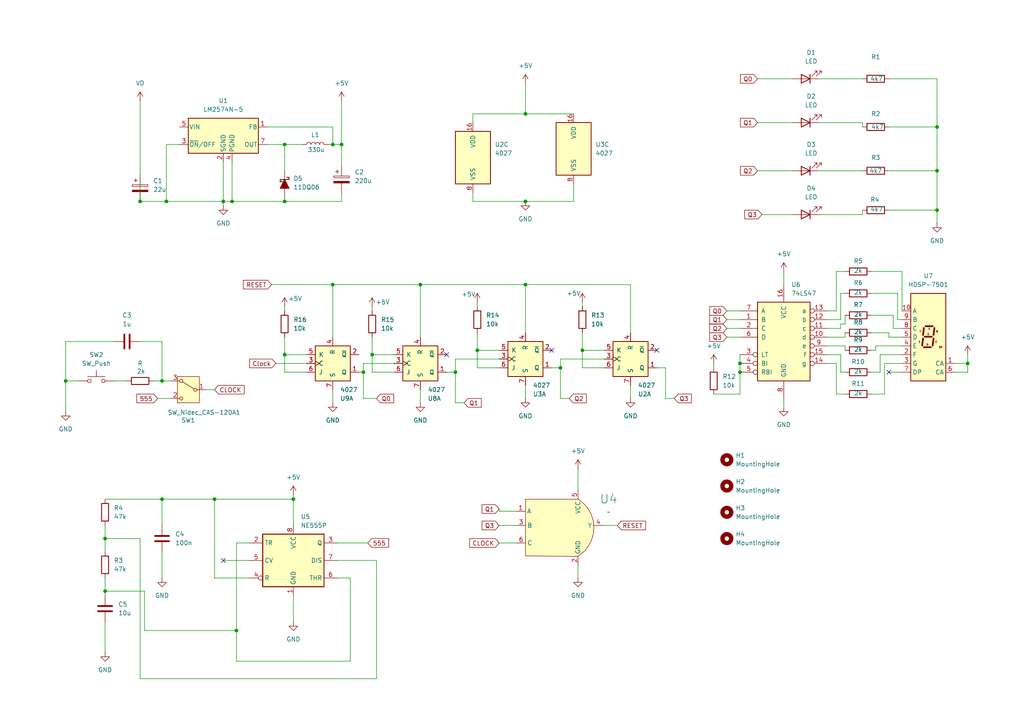
<source format=kicad_sch>
(kicad_sch (version 20250114) (generator "eeschema") (generator_version "9.0")
  (paper "A4")
  (lib_symbols
    (symbol "4xxx:4027" (pin_names (offset 1.016))
      (property "Reference" "U" (at -7.62 8.89 0))
      (property "Value" "4027" (at -7.62 -8.89 0))
      (symbol "4027_1_1"
        (rectangle (start -5.08 5.08) (end 5.08 -5.08) (stroke (width 0.254)) (fill (type background)))
        (pin input line (at -7.62 2.54 0) (length 2.54) (name "J") (number "6"))
        (pin input clock (at -7.62 0 0) (length 2.54) (name "C") (number "3"))
        (pin input line (at -7.62 -2.54 0) (length 2.54) (name "K") (number "5"))
        (pin input line (at 0 7.62 270) (length 2.54) (name "S") (number "7"))
        (pin input line (at 0 -7.62 90) (length 2.54) (name "R") (number "4"))
        (pin output line (at 7.62 2.54 180) (length 2.54) (name "Q") (number "1"))
        (pin output line (at 7.62 -2.54 180) (length 2.54) (name "~{Q}") (number "2"))
      )
      (symbol "4027_2_1"
        (rectangle (start -5.08 5.08) (end 5.08 -5.08) (stroke (width 0.254)) (fill (type background)))
        (pin input line (at -7.62 2.54 0) (length 2.54) (name "J") (number "10"))
        (pin input clock (at -7.62 0 0) (length 2.54) (name "C") (number "13"))
        (pin input line (at -7.62 -2.54 0) (length 2.54) (name "K") (number "11"))
        (pin input line (at 0 7.62 270) (length 2.54) (name "S") (number "9"))
        (pin input line (at 0 -7.62 90) (length 2.54) (name "R") (number "12"))
        (pin output line (at 7.62 2.54 180) (length 2.54) (name "Q") (number "15"))
        (pin output line (at 7.62 -2.54 180) (length 2.54) (name "~{Q}") (number "14"))
      )
      (symbol "4027_3_0"
        (pin power_in line (at 0 10.16 270) (length 2.54) (name "VDD") (number "16"))
        (pin power_in line (at 0 -10.16 90) (length 2.54) (name "VSS") (number "8"))
      )
      (symbol "4027_3_1"
        (rectangle (start -5.08 7.62) (end 5.08 -7.62) (stroke (width 0.254)) (fill (type background)))
      )
    )
    (symbol "74xx:74LS47" (pin_names (offset 1.016))
      (property "Reference" "U" (at -7.62 11.43 0))
      (property "Value" "74LS47" (at -7.62 -13.97 0))
      (symbol "74LS47_1_0"
        (pin input line (at -12.7 7.62 0) (length 5.08) (name "A") (number "7"))
        (pin input line (at -12.7 5.08 0) (length 5.08) (name "B") (number "1"))
        (pin input line (at -12.7 2.54 0) (length 5.08) (name "C") (number "2"))
        (pin input line (at -12.7 0 0) (length 5.08) (name "D") (number "6"))
        (pin input inverted (at -12.7 -5.08 0) (length 5.08) (name "LT") (number "3"))
        (pin input inverted (at -12.7 -7.62 0) (length 5.08) (name "BI") (number "4"))
        (pin input inverted (at -12.7 -10.16 0) (length 5.08) (name "RBI") (number "5"))
        (pin power_in line (at 0 15.24 270) (length 5.08) (name "VCC") (number "16"))
        (pin power_in line (at 0 -17.78 90) (length 5.08) (name "GND") (number "8"))
        (pin open_collector inverted (at 12.7 7.62 180) (length 5.08) (name "a") (number "13"))
        (pin open_collector inverted (at 12.7 5.08 180) (length 5.08) (name "b") (number "12"))
        (pin open_collector inverted (at 12.7 2.54 180) (length 5.08) (name "c") (number "11"))
        (pin open_collector inverted (at 12.7 0 180) (length 5.08) (name "d") (number "10"))
        (pin open_collector inverted (at 12.7 -2.54 180) (length 5.08) (name "e") (number "9"))
        (pin open_collector inverted (at 12.7 -5.08 180) (length 5.08) (name "f") (number "15"))
        (pin open_collector inverted (at 12.7 -7.62 180) (length 5.08) (name "g") (number "14"))
      )
      (symbol "74LS47_1_1"
        (rectangle (start -7.62 10.16) (end 7.62 -12.7) (stroke (width 0.254)) (fill (type background)))
      )
    )
    (symbol "Device:C" (pin_numbers (hide yes)) (pin_names (offset 0.254))
      (property "Reference" "C" (at 0.635 2.54 0))
      (property "Value" "C" (at 0.635 -2.54 0))
      (symbol "C_0_1"
        (polyline (pts (xy -2.032 0.762) (xy 2.032 0.762)) (stroke (width 0.508)))
        (polyline (pts (xy -2.032 -0.762) (xy 2.032 -0.762)) (stroke (width 0.508)))
      )
      (symbol "C_1_1"
        (pin passive line (at 0 3.81 270) (length 2.794) (name "~") (number "1"))
        (pin passive line (at 0 -3.81 90) (length 2.794) (name "~") (number "2"))
      )
    )
    (symbol "Device:C_Polarized" (pin_numbers (hide yes)) (pin_names (offset 0.254))
      (property "Reference" "C" (at 0.635 2.54 0))
      (property "Value" "C_Polarized" (at 0.635 -2.54 0))
      (symbol "C_Polarized_0_1"
        (rectangle (start -2.286 0.508) (end 2.286 1.016))
        (polyline (pts (xy -1.778 2.286) (xy -0.762 2.286)))
        (polyline (pts (xy -1.27 2.794) (xy -1.27 1.778)))
        (rectangle (start 2.286 -0.508) (end -2.286 -1.016) (fill (type outline)))
      )
      (symbol "C_Polarized_1_1"
        (pin passive line (at 0 3.81 270) (length 2.794) (name "~") (number "1"))
        (pin passive line (at 0 -3.81 90) (length 2.794) (name "~") (number "2"))
      )
    )
    (symbol "Device:D_Schottky_Filled" (pin_numbers (hide yes)) (pin_names (offset 1.016) (hide yes))
      (property "Reference" "D" (at 0 2.54 0))
      (property "Value" "D_Schottky_Filled" (at 0 -2.54 0))
      (symbol "D_Schottky_Filled_0_1"
        (polyline (pts (xy -1.905 0.635) (xy -1.905 1.27) (xy -1.27 1.27) (xy -1.27 -1.27) (xy -0.635 -1.27) (xy -0.635 -0.635)) (stroke (width 0.254)))
        (polyline (pts (xy 1.27 1.27) (xy 1.27 -1.27) (xy -1.27 0) (xy 1.27 1.27)) (stroke (width 0.254)) (fill (type outline)))
        (polyline (pts (xy 1.27 0) (xy -1.27 0)))
      )
      (symbol "D_Schottky_Filled_1_1"
        (pin passive line (at -3.81 0 0) (length 2.54) (name "K") (number "1"))
        (pin passive line (at 3.81 0 180) (length 2.54) (name "A") (number "2"))
      )
    )
    (symbol "Device:L" (pin_numbers (hide yes)) (pin_names (offset 1.016) (hide yes))
      (property "Reference" "L" (at -1.27 0 90))
      (property "Value" "L" (at 1.905 0 90))
      (symbol "L_0_1"
        (arc (start 0 2.54) (mid 0.6323 1.905) (end 0 1.27))
        (arc (start 0 1.27) (mid 0.6323 0.635) (end 0 0))
        (arc (start 0 0) (mid 0.6323 -0.635) (end 0 -1.27))
        (arc (start 0 -1.27) (mid 0.6323 -1.905) (end 0 -2.54))
      )
      (symbol "L_1_1"
        (pin passive line (at 0 3.81 270) (length 1.27) (name "1") (number "1"))
        (pin passive line (at 0 -3.81 90) (length 1.27) (name "2") (number "2"))
      )
    )
    (symbol "Device:LED" (pin_numbers (hide yes)) (pin_names (offset 1.016) (hide yes))
      (property "Reference" "D" (at 0 2.54 0))
      (property "Value" "LED" (at 0 -2.54 0))
      (symbol "LED_0_1"
        (polyline (pts (xy -3.048 -0.762) (xy -4.572 -2.286) (xy -3.81 -2.286) (xy -4.572 -2.286) (xy -4.572 -1.524)))
        (polyline (pts (xy -1.778 -0.762) (xy -3.302 -2.286) (xy -2.54 -2.286) (xy -3.302 -2.286) (xy -3.302 -1.524)))
        (polyline (pts (xy -1.27 0) (xy 1.27 0)))
        (polyline (pts (xy -1.27 -1.27) (xy -1.27 1.27)) (stroke (width 0.254)))
        (polyline (pts (xy 1.27 -1.27) (xy 1.27 1.27) (xy -1.27 0) (xy 1.27 -1.27)) (stroke (width 0.254)))
      )
      (symbol "LED_1_1"
        (pin passive line (at -3.81 0 0) (length 2.54) (name "K") (number "1"))
        (pin passive line (at 3.81 0 180) (length 2.54) (name "A") (number "2"))
      )
    )
    (symbol "Device:R" (pin_numbers (hide yes)) (pin_names (offset 0))
      (property "Reference" "R" (at 2.032 0 90))
      (property "Value" "R" (at 0 0 90))
      (symbol "R_0_1"
        (rectangle (start -1.016 -2.54) (end 1.016 2.54) (stroke (width 0.254)))
      )
      (symbol "R_1_1"
        (pin passive line (at 0 3.81 270) (length 1.27) (name "~") (number "1"))
        (pin passive line (at 0 -3.81 90) (length 1.27) (name "~") (number "2"))
      )
    )
    (symbol "Display_Character:HDSP-7501"
      (property "Reference" "U" (at -3.81 13.97 0))
      (property "Value" "HDSP-7501" (at 6.35 13.97 0))
      (symbol "HDSP-7501_1_0"
        (text "E" (at -2.54 -1.397 0) (effects (font (size 0.508 0.508))))
        (text "F" (at -2.286 1.651 0) (effects (font (size 0.508 0.508))))
        (text "D" (at -0.254 -2.159 0) (effects (font (size 0.508 0.508))))
        (text "G" (at 0 0.889 0) (effects (font (size 0.508 0.508))))
        (text "A" (at 0.254 2.413 0) (effects (font (size 0.508 0.508))))
        (text "C" (at 2.286 -1.397 0) (effects (font (size 0.508 0.508))))
        (text "B" (at 2.54 1.651 0) (effects (font (size 0.508 0.508))))
        (text "DP" (at 3.556 -2.921 0) (effects (font (size 0.508 0.508))))
      )
      (symbol "HDSP-7501_1_1"
        (rectangle (start -5.08 12.7) (end 5.08 -12.7) (stroke (width 0.254)) (fill (type background)))
        (polyline (pts (xy -1.524 -0.381) (xy -1.778 -2.413)) (stroke (width 0.508)))
        (polyline (pts (xy -1.27 2.667) (xy -1.524 0.635)) (stroke (width 0.508)))
        (polyline (pts (xy -1.27 -2.921) (xy 0.762 -2.921)) (stroke (width 0.508)))
        (polyline (pts (xy -1.016 0.127) (xy 1.016 0.127)) (stroke (width 0.508)))
        (polyline (pts (xy -0.762 3.175) (xy 1.27 3.175)) (stroke (width 0.508)))
        (polyline (pts (xy 1.524 -0.381) (xy 1.27 -2.413)) (stroke (width 0.508)))
        (polyline (pts (xy 1.778 2.667) (xy 1.524 0.635)) (stroke (width 0.508)))
        (polyline (pts (xy 2.54 -2.921) (xy 2.54 -2.921)) (stroke (width 0.508)))
        (pin input line (at -7.62 7.62 0) (length 2.54) (name "A") (number "10"))
        (pin input line (at -7.62 5.08 0) (length 2.54) (name "B") (number "9"))
        (pin input line (at -7.62 2.54 0) (length 2.54) (name "C") (number "8"))
        (pin input line (at -7.62 0 0) (length 2.54) (name "D") (number "5"))
        (pin input line (at -7.62 -2.54 0) (length 2.54) (name "E") (number "4"))
        (pin input line (at -7.62 -5.08 0) (length 2.54) (name "F") (number "2"))
        (pin input line (at -7.62 -7.62 0) (length 2.54) (name "G") (number "3"))
        (pin input line (at -7.62 -10.16 0) (length 2.54) (name "DP") (number "7"))
        (pin input line (at 7.62 -7.62 180) (length 2.54) (name "CA") (number "1"))
        (pin input line (at 7.62 -10.16 180) (length 2.54) (name "CA") (number "6"))
      )
    )
    (symbol "Mechanical:MountingHole" (pin_names (offset 1.016)) (in_bom no)
      (property "Reference" "H" (at 0 5.08 0))
      (property "Value" "MountingHole" (at 0 3.175 0))
      (symbol "MountingHole_0_1"
        (circle (center 0 0) (radius 1.27) (stroke (width 1.27)))
      )
    )
    (symbol "Regulator_Switching:LM2574N-5" (pin_names (offset 0.254))
      (property "Reference" "U" (at -10.16 6.35 0))
      (property "Value" "LM2574N-5" (at 0 6.35 0))
      (symbol "LM2574N-5_0_1"
        (rectangle (start -10.16 5.08) (end 10.16 -5.08) (stroke (width 0.254)) (fill (type background)))
      )
      (symbol "LM2574N-5_1_1"
        (pin power_in line (at -12.7 2.54 0) (length 2.54) (name "VIN") (number "5"))
        (pin input line (at -12.7 -2.54 0) (length 2.54) (name "~{ON}/OFF") (number "3"))
        (pin no_connect line (at -10.16 0 0) (length 2.54) (hide yes) (name "NC") (number "6"))
        (pin power_in line (at 0 -7.62 90) (length 2.54) (name "SGND") (number "2"))
        (pin power_in line (at 2.54 -7.62 90) (length 2.54) (name "PGND") (number "4"))
        (pin no_connect line (at 10.16 0 180) (length 2.54) (hide yes) (name "NC") (number "8"))
        (pin input line (at 12.7 2.54 180) (length 2.54) (name "FB") (number "1"))
        (pin output line (at 12.7 -2.54 180) (length 2.54) (name "OUT") (number "7"))
      )
    )
    (symbol "SN74LVC1611:SN74LVC1611"
      (property "Reference" "U4" (at 8.89 6.096 0))
      (symbol "SN74LVC1611_1_1"
        (arc (start 0 7.62) (mid 4.6077 -0.635) (end 0 -8.89) (fill (type background)))
        (polyline (pts (xy 0.0104 7.62) (xy -15.2505 7.62) (xy -15.2266 -8.8423) (xy -0.0134 -8.9377)) (fill (type background)))
        (pin input line (at -17.8771 4.1244 0) (length 2.54) (name "A") (number "1"))
        (pin input line (at -17.78 0 0) (length 2.54) (name "B") (number "3"))
        (pin input line (at -17.78 -5.08 0) (length 2.54) (name "C") (number "6"))
        (pin power_in line (at 0 10.16 270) (length 2.54) (name "VCC") (number "5"))
        (pin power_out line (at 0 -11.43 90) (length 2.54) (name "GND") (number "2"))
        (pin output line (at 7.143 0 180) (length 2.54) (name "Y") (number "4"))
      )
    )
    (symbol "Switch:SW_Nidec_CAS-120A1" (pin_names (offset 1) (hide yes))
      (property "Reference" "SW1" (at 0 -8.89 0))
      (property "Value" "SW_Nidec_CAS-120A1" (at 0 -6.35 0))
      (symbol "SW_Nidec_CAS-120A1_0_1"
        (circle (center -2.032 0) (radius 0.4572))
        (polyline (pts (xy -1.651 0.254) (xy 1.651 2.286)))
        (circle (center 2.032 2.54) (radius 0.4572))
        (circle (center 2.032 -2.54) (radius 0.4572))
      )
      (symbol "SW_Nidec_CAS-120A1_1_1"
        (rectangle (start -3.175 3.81) (end 3.175 -3.81) (fill (type background)))
        (pin passive line (at -5.08 0 0) (length 2.54) (name "B") (number "1"))
        (pin passive line (at 5.08 2.54 180) (length 2.54) (name "A") (number "3"))
        (pin passive line (at 5.08 -2.54 180) (length 2.54) (name "C") (number "2"))
      )
    )
    (symbol "Switch:SW_Push" (pin_numbers (hide yes)) (pin_names (offset 1.016) (hide yes))
      (property "Reference" "SW" (at 1.27 2.54 0))
      (property "Value" "SW_Push" (at 0 -1.524 0))
      (symbol "SW_Push_0_1"
        (circle (center -2.032 0) (radius 0.508))
        (polyline (pts (xy 0 1.27) (xy 0 3.048)))
        (circle (center 2.032 0) (radius 0.508))
        (polyline (pts (xy 2.54 1.27) (xy -2.54 1.27)))
        (pin passive line (at -5.08 0 0) (length 2.54) (name "1") (number "1"))
        (pin passive line (at 5.08 0 180) (length 2.54) (name "2") (number "2"))
      )
    )
    (symbol "Timer:NE555P"
      (property "Reference" "U" (at -10.16 8.89 0))
      (property "Value" "NE555P" (at 2.54 8.89 0))
      (symbol "NE555P_0_0"
        (pin power_in line (at 0 10.16 270) (length 2.54) (name "VCC") (number "8"))
        (pin power_in line (at 0 -10.16 90) (length 2.54) (name "GND") (number "1"))
      )
      (symbol "NE555P_0_1"
        (rectangle (start -8.89 -7.62) (end 8.89 7.62) (stroke (width 0.254)) (fill (type background)))
        (rectangle (start -8.89 -7.62) (end 8.89 7.62) (stroke (width 0.254)) (fill (type background)))
      )
      (symbol "NE555P_1_1"
        (pin input line (at -12.7 5.08 0) (length 3.81) (name "TR") (number "2"))
        (pin input line (at -12.7 0 0) (length 3.81) (name "CV") (number "5"))
        (pin input inverted (at -12.7 -5.08 0) (length 3.81) (name "R") (number "4"))
        (pin output line (at 12.7 5.08 180) (length 3.81) (name "Q") (number "3"))
        (pin input line (at 12.7 0 180) (length 3.81) (name "DIS") (number "7"))
        (pin input line (at 12.7 -5.08 180) (length 3.81) (name "THR") (number "6"))
      )
    )
    (symbol "power:+5V" (power) (pin_numbers (hide yes)) (pin_names (offset 0) (hide yes))
      (property "Value" "+5V" (at 0 3.556 0))
      (symbol "+5V_0_1"
        (polyline (pts (xy -0.762 1.27) (xy 0 2.54)))
        (polyline (pts (xy 0 2.54) (xy 0.762 1.27)))
        (polyline (pts (xy 0 0) (xy 0 2.54)))
      )
      (symbol "+5V_1_1"
        (pin power_in line (at 0 0 90) (length 0) (name "~") (number "1"))
      )
    )
    (symbol "power:GND" (power) (pin_numbers (hide yes)) (pin_names (offset 0) (hide yes))
      (property "Value" "GND" (at 0 -3.81 0))
      (symbol "GND_0_1"
        (polyline (pts (xy 0 0) (xy 0 -1.27) (xy 1.27 -1.27) (xy 0 -2.54) (xy -1.27 -1.27) (xy 0 -1.27)))
      )
      (symbol "GND_1_1"
        (pin power_in line (at 0 0 270) (length 0) (name "~") (number "1"))
      )
    )
    (symbol "power:VD" (power) (pin_numbers (hide yes)) (pin_names (offset 0) (hide yes))
      (property "Value" "VD" (at 0 3.556 0))
      (symbol "VD_0_1"
        (polyline (pts (xy -0.762 1.27) (xy 0 2.54)))
        (polyline (pts (xy 0 2.54) (xy 0.762 1.27)))
        (polyline (pts (xy 0 0) (xy 0 2.54)))
      )
      (symbol "VD_1_1"
        (pin power_in line (at 0 0 90) (length 0) (name "~") (number "1"))
      )
    )
  )
  (junction (at 152.4 82.55))
  (junction (at 46.99 110.49))
  (junction (at 30.48 156.21))
  (junction (at 280.67 105.41))
  (junction (at 82.55 102.87))
  (junction (at 40.64 58.42))
  (junction (at 48.26 58.42))
  (junction (at 132.08 107.95))
  (junction (at 214.63 105.41))
  (junction (at 121.92 82.55))
  (junction (at 271.78 49.53))
  (junction (at 99.06 41.91))
  (junction (at 152.4 58.42))
  (junction (at 107.95 102.87))
  (junction (at 46.99 144.78))
  (junction (at 30.48 171.45))
  (junction (at 271.78 60.96))
  (junction (at 85.09 144.78))
  (junction (at 96.52 41.91))
  (junction (at 82.55 58.42))
  (junction (at 168.91 101.6))
  (junction (at 214.63 107.95))
  (junction (at 62.23 144.78))
  (junction (at 152.4 33.02))
  (junction (at 82.55 41.91))
  (junction (at 105.41 107.95))
  (junction (at 162.56 106.68))
  (junction (at 19.05 110.49))
  (junction (at 68.58 182.88))
  (junction (at 67.31 58.42))
  (junction (at 138.43 101.6))
  (junction (at 64.77 58.42))
  (junction (at 96.52 82.55))
  (junction (at 271.78 36.83))
  (no_connect (at 129.54 102.87))
  (no_connect (at 190.5 101.6))
  (no_connect (at 160.02 101.6))
  (no_connect (at 257.81 107.95))
  (no_connect (at 64.77 162.56))
  (wire (pts (xy 99.06 58.42) (xy 82.55 58.42)))
  (wire (pts (xy 59.69 113.03) (xy 62.23 113.03)))
  (wire (pts (xy 64.77 58.42) (xy 67.31 58.42)))
  (wire (pts (xy 67.31 46.99) (xy 67.31 58.42)))
  (wire (pts (xy 144.78 101.6) (xy 138.43 101.6)))
  (wire (pts (xy 67.31 58.42) (xy 82.55 58.42)))
  (wire (pts (xy 96.52 41.91) (xy 99.06 41.91)))
  (wire (pts (xy 30.48 167.64) (xy 30.48 171.45)))
  (wire (pts (xy 227.33 78.74) (xy 227.33 82.55)))
  (wire (pts (xy 97.79 167.64) (xy 101.6 167.64)))
  (wire (pts (xy 82.55 41.91) (xy 77.47 41.91)))
  (wire (pts (xy 252.73 101.6) (xy 254 101.6)))
  (wire (pts (xy 46.99 99.06) (xy 46.99 110.49)))
  (wire (pts (xy 259.08 95.25) (xy 261.62 95.25)))
  (wire (pts (xy 121.92 82.55) (xy 152.4 82.55)))
  (wire (pts (xy 257.81 22.86) (xy 271.78 22.86)))
  (wire (pts (xy 137.16 58.42) (xy 152.4 58.42)))
  (wire (pts (xy 30.48 156.21) (xy 30.48 160.02)))
  (wire (pts (xy 240.03 95.25) (xy 243.84 95.25)))
  (wire (pts (xy 114.3 102.87) (xy 107.95 102.87)))
  (wire (pts (xy 64.77 162.56) (xy 72.39 162.56)))
  (wire (pts (xy 162.56 104.14) (xy 162.56 106.68)))
  (wire (pts (xy 88.9 107.95) (xy 82.55 107.95)))
  (wire (pts (xy 109.22 162.56) (xy 109.22 196.85)))
  (wire (pts (xy 256.54 105.41) (xy 261.62 105.41)))
  (wire (pts (xy 152.4 33.02) (xy 152.4 24.13)))
  (wire (pts (xy 166.37 53.34) (xy 166.37 58.42)))
  (wire (pts (xy 19.05 99.06) (xy 19.05 110.49)))
  (wire (pts (xy 243.84 92.71) (xy 243.84 85.09)))
  (wire (pts (xy 105.41 107.95) (xy 105.41 115.57)))
  (wire (pts (xy 210.82 92.71) (xy 214.63 92.71)))
  (wire (pts (xy 40.64 99.06) (xy 46.99 99.06)))
  (wire (pts (xy 166.37 58.42) (xy 152.4 58.42)))
  (wire (pts (xy 219.71 49.53) (xy 229.87 49.53)))
  (wire (pts (xy 254 100.33) (xy 261.62 100.33)))
  (wire (pts (xy 46.99 110.49) (xy 49.53 110.49)))
  (wire (pts (xy 40.64 53.34) (xy 40.64 58.42)))
  (wire (pts (xy 85.09 144.78) (xy 85.09 152.4)))
  (wire (pts (xy 80.01 105.41) (xy 88.9 105.41)))
  (wire (pts (xy 257.81 97.79) (xy 261.62 97.79)))
  (wire (pts (xy 257.81 49.53) (xy 271.78 49.53)))
  (wire (pts (xy 271.78 49.53) (xy 271.78 60.96)))
  (wire (pts (xy 182.88 111.76) (xy 182.88 115.57)))
  (wire (pts (xy 174.783 152.4) (xy 179.07 152.4)))
  (wire (pts (xy 41.91 171.45) (xy 41.91 182.88)))
  (wire (pts (xy 214.63 107.95) (xy 214.63 114.3)))
  (wire (pts (xy 96.52 113.03) (xy 96.52 116.84)))
  (wire (pts (xy 30.48 180.34) (xy 30.48 189.23)))
  (wire (pts (xy 252.73 114.3) (xy 256.54 114.3)))
  (wire (pts (xy 252.73 78.74) (xy 261.62 78.74)))
  (wire (pts (xy 162.56 115.57) (xy 162.56 106.68)))
  (wire (pts (xy 82.55 107.95) (xy 82.55 102.87)))
  (wire (pts (xy 78.74 82.55) (xy 96.52 82.55)))
  (wire (pts (xy 254 101.6) (xy 254 100.33)))
  (wire (pts (xy 243.84 102.87) (xy 243.84 107.95)))
  (wire (pts (xy 152.4 82.55) (xy 182.88 82.55)))
  (wire (pts (xy 44.45 110.49) (xy 46.99 110.49)))
  (wire (pts (xy 144.78 106.68) (xy 138.43 106.68)))
  (wire (pts (xy 144.78 157.48) (xy 149.86 157.48)))
  (wire (pts (xy 167.64 163.83) (xy 167.64 167.64)))
  (wire (pts (xy 82.55 49.53) (xy 82.55 41.91)))
  (wire (pts (xy 134.62 116.84) (xy 132.08 116.84)))
  (wire (pts (xy 62.23 144.78) (xy 62.23 167.64)))
  (wire (pts (xy 252.73 107.95) (xy 255.27 107.95)))
  (wire (pts (xy 257.81 96.52) (xy 257.81 97.79)))
  (wire (pts (xy 144.78 104.14) (xy 132.08 104.14)))
  (wire (pts (xy 175.26 104.14) (xy 162.56 104.14)))
  (wire (pts (xy 68.58 157.48) (xy 68.58 182.88)))
  (wire (pts (xy 95.25 41.91) (xy 96.52 41.91)))
  (wire (pts (xy 62.23 144.78) (xy 85.09 144.78)))
  (wire (pts (xy 144.78 148.2756) (xy 144.78 147.6344)))
  (wire (pts (xy 33.02 99.06) (xy 19.05 99.06)))
  (wire (pts (xy 30.48 171.45) (xy 30.48 172.72)))
  (wire (pts (xy 99.06 55.88) (xy 99.06 58.42)))
  (wire (pts (xy 64.77 59.69) (xy 64.77 58.42)))
  (wire (pts (xy 82.55 58.42) (xy 82.55 57.15)))
  (wire (pts (xy 252.73 85.09) (xy 260.35 85.09)))
  (wire (pts (xy 280.67 107.95) (xy 280.67 105.41)))
  (wire (pts (xy 242.57 90.17) (xy 242.57 78.74)))
  (wire (pts (xy 182.88 96.52) (xy 182.88 82.55)))
  (wire (pts (xy 243.84 93.98) (xy 245.11 93.98)))
  (wire (pts (xy 168.91 101.6) (xy 168.91 96.52)))
  (wire (pts (xy 175.26 101.6) (xy 168.91 101.6)))
  (wire (pts (xy 261.62 78.74) (xy 261.62 90.17)))
  (wire (pts (xy 237.49 22.86) (xy 250.19 22.86)))
  (wire (pts (xy 255.27 102.87) (xy 261.62 102.87)))
  (wire (pts (xy 242.57 78.74) (xy 245.11 78.74)))
  (wire (pts (xy 109.22 196.85) (xy 40.64 196.85)))
  (wire (pts (xy 207.01 114.3) (xy 214.63 114.3)))
  (wire (pts (xy 101.6 167.64) (xy 101.6 191.77)))
  (wire (pts (xy 240.03 90.17) (xy 242.57 90.17)))
  (wire (pts (xy 40.64 58.42) (xy 48.26 58.42)))
  (wire (pts (xy 30.48 144.78) (xy 46.99 144.78)))
  (wire (pts (xy 132.08 107.95) (xy 129.54 107.95)))
  (wire (pts (xy 30.48 152.4) (xy 30.48 156.21)))
  (wire (pts (xy 252.73 96.52) (xy 257.81 96.52)))
  (wire (pts (xy 237.49 49.53) (xy 250.19 49.53)))
  (wire (pts (xy 72.39 167.64) (xy 62.23 167.64)))
  (wire (pts (xy 99.06 29.21) (xy 99.06 41.91)))
  (wire (pts (xy 96.52 82.55) (xy 121.92 82.55)))
  (wire (pts (xy 214.63 102.87) (xy 214.63 105.41)))
  (wire (pts (xy 271.78 36.83) (xy 271.78 49.53)))
  (wire (pts (xy 243.84 85.09) (xy 245.11 85.09)))
  (wire (pts (xy 30.48 171.45) (xy 41.91 171.45)))
  (wire (pts (xy 162.56 106.68) (xy 160.02 106.68)))
  (wire (pts (xy 82.55 41.91) (xy 87.63 41.91)))
  (wire (pts (xy 85.09 172.72) (xy 85.09 180.34)))
  (wire (pts (xy 68.58 157.48) (xy 72.39 157.48)))
  (wire (pts (xy 243.84 95.25) (xy 243.84 93.98)))
  (wire (pts (xy 276.86 105.41) (xy 280.67 105.41)))
  (wire (pts (xy 240.03 92.71) (xy 243.84 92.71)))
  (wire (pts (xy 105.41 105.41) (xy 105.41 107.95)))
  (wire (pts (xy 271.78 60.96) (xy 271.78 64.77)))
  (wire (pts (xy 237.49 62.23) (xy 250.19 62.23)))
  (wire (pts (xy 40.64 29.21) (xy 40.64 50.8)))
  (wire (pts (xy 104.14 107.95) (xy 105.41 107.95)))
  (wire (pts (xy 88.9 102.87) (xy 82.55 102.87)))
  (wire (pts (xy 22.86 110.49) (xy 19.05 110.49)))
  (wire (pts (xy 137.16 33.02) (xy 137.16 35.56)))
  (wire (pts (xy 260.35 92.71) (xy 261.62 92.71)))
  (wire (pts (xy 99.06 41.91) (xy 99.06 48.26)))
  (wire (pts (xy 48.26 58.42) (xy 64.77 58.42)))
  (wire (pts (xy 271.78 22.86) (xy 271.78 36.83)))
  (wire (pts (xy 96.52 82.55) (xy 96.52 97.79)))
  (wire (pts (xy 245.11 96.52) (xy 245.11 97.79)))
  (wire (pts (xy 257.81 60.96) (xy 271.78 60.96)))
  (wire (pts (xy 243.84 107.95) (xy 245.11 107.95)))
  (wire (pts (xy 152.4 82.55) (xy 152.4 96.52)))
  (wire (pts (xy 144.78 152.4) (xy 149.86 152.4)))
  (wire (pts (xy 96.52 36.83) (xy 96.52 41.91)))
  (wire (pts (xy 107.95 88.9) (xy 107.95 90.17)))
  (wire (pts (xy 219.71 22.86) (xy 229.87 22.86)))
  (wire (pts (xy 240.03 105.41) (xy 242.57 105.41)))
  (wire (pts (xy 259.08 91.44) (xy 259.08 95.25)))
  (wire (pts (xy 138.43 106.68) (xy 138.43 101.6)))
  (wire (pts (xy 137.16 58.42) (xy 137.16 55.88)))
  (wire (pts (xy 195.58 115.57) (xy 193.04 115.57)))
  (wire (pts (xy 121.92 113.03) (xy 121.92 116.84)))
  (wire (pts (xy 219.71 35.56) (xy 229.87 35.56)))
  (wire (pts (xy 138.43 101.6) (xy 138.43 96.52)))
  (wire (pts (xy 132.08 116.84) (xy 132.08 107.95)))
  (wire (pts (xy 132.08 104.14) (xy 132.08 107.95)))
  (wire (pts (xy 252.73 91.44) (xy 259.08 91.44)))
  (wire (pts (xy 33.02 110.49) (xy 36.83 110.49)))
  (wire (pts (xy 19.05 110.49) (xy 19.05 119.38)))
  (wire (pts (xy 193.04 106.68) (xy 190.5 106.68)))
  (wire (pts (xy 242.57 114.3) (xy 245.11 114.3)))
  (wire (pts (xy 64.77 46.99) (xy 64.77 58.42)))
  (wire (pts (xy 166.37 33.02) (xy 152.4 33.02)))
  (wire (pts (xy 168.91 106.68) (xy 168.91 101.6)))
  (wire (pts (xy 101.6 191.77) (xy 68.58 191.77)))
  (wire (pts (xy 214.63 105.41) (xy 214.63 107.95)))
  (wire (pts (xy 41.91 182.88) (xy 68.58 182.88)))
  (wire (pts (xy 107.95 102.87) (xy 107.95 97.79)))
  (wire (pts (xy 107.95 107.95) (xy 107.95 102.87)))
  (wire (pts (xy 152.4 111.76) (xy 152.4 115.57)))
  (wire (pts (xy 276.86 107.95) (xy 280.67 107.95)))
  (wire (pts (xy 138.43 87.63) (xy 138.43 88.9)))
  (wire (pts (xy 207.01 105.41) (xy 207.01 106.68)))
  (wire (pts (xy 77.47 36.83) (xy 96.52 36.83)))
  (wire (pts (xy 46.99 160.02) (xy 46.99 167.64)))
  (wire (pts (xy 46.99 144.78) (xy 46.99 152.4)))
  (wire (pts (xy 210.82 90.17) (xy 214.63 90.17)))
  (wire (pts (xy 240.03 97.79) (xy 245.11 97.79)))
  (wire (pts (xy 97.79 157.48) (xy 106.68 157.48)))
  (wire (pts (xy 105.41 115.57) (xy 109.22 115.57)))
  (wire (pts (xy 250.19 35.56) (xy 250.19 36.83)))
  (wire (pts (xy 46.99 144.78) (xy 62.23 144.78)))
  (wire (pts (xy 97.79 162.56) (xy 109.22 162.56)))
  (wire (pts (xy 240.03 100.33) (xy 245.11 100.33)))
  (wire (pts (xy 114.3 105.41) (xy 105.41 105.41)))
  (wire (pts (xy 257.81 107.95) (xy 261.62 107.95)))
  (wire (pts (xy 165.1 115.57) (xy 162.56 115.57)))
  (wire (pts (xy 220.98 62.23) (xy 229.87 62.23)))
  (wire (pts (xy 255.27 107.95) (xy 255.27 102.87)))
  (wire (pts (xy 82.55 88.9) (xy 82.55 90.17)))
  (wire (pts (xy 137.16 33.02) (xy 152.4 33.02)))
  (wire (pts (xy 45.72 115.57) (xy 49.53 115.57)))
  (wire (pts (xy 114.3 107.95) (xy 107.95 107.95)))
  (wire (pts (xy 82.55 102.87) (xy 82.55 97.79)))
  (wire (pts (xy 245.11 100.33) (xy 245.11 101.6)))
  (wire (pts (xy 40.64 156.21) (xy 30.48 156.21)))
  (wire (pts (xy 260.35 85.09) (xy 260.35 92.71)))
  (wire (pts (xy 257.81 36.83) (xy 271.78 36.83)))
  (wire (pts (xy 85.09 143.51) (xy 85.09 144.78)))
  (wire (pts (xy 121.92 82.55) (xy 121.92 97.79)))
  (wire (pts (xy 280.67 105.41) (xy 280.67 102.87)))
  (wire (pts (xy 40.64 156.21) (xy 40.64 196.85)))
  (wire (pts (xy 149.7629 148.2756) (xy 144.78 148.2756)))
  (wire (pts (xy 237.49 35.56) (xy 250.19 35.56)))
  (wire (pts (xy 48.26 41.91) (xy 48.26 58.42)))
  (wire (pts (xy 52.07 41.91) (xy 48.26 41.91)))
  (wire (pts (xy 168.91 87.63) (xy 168.91 88.9)))
  (wire (pts (xy 242.57 105.41) (xy 242.57 114.3)))
  (wire (pts (xy 210.82 97.79) (xy 214.63 97.79)))
  (wire (pts (xy 250.19 62.23) (xy 250.19 60.96)))
  (wire (pts (xy 245.11 93.98) (xy 245.11 91.44)))
  (wire (pts (xy 240.03 102.87) (xy 243.84 102.87)))
  (wire (pts (xy 256.54 114.3) (xy 256.54 105.41)))
  (wire (pts (xy 68.58 191.77) (xy 68.58 182.88)))
  (wire (pts (xy 167.64 135.89) (xy 167.64 142.24)))
  (wire (pts (xy 193.04 115.57) (xy 193.04 106.68)))
  (wire (pts (xy 227.33 115.57) (xy 227.33 118.11)))
  (wire (pts (xy 175.26 106.68) (xy 168.91 106.68)))
  (wire (pts (xy 210.82 95.25) (xy 214.63 95.25)))
  (global_label "Q2" (shape input) (at 219.71 49.53 180) (property "Intersheetrefs" "${INTERSHEET_REFS}" (effects (hide yes))))
  (global_label "Q2" (shape input) (at 210.82 95.25 180) (property "Intersheetrefs" "${INTERSHEET_REFS}" (effects (hide yes))))
  (global_label "Q1" (shape input) (at 134.62 116.84 0) (property "Intersheetrefs" "${INTERSHEET_REFS}" (effects (hide yes))))
  (global_label "Q0" (shape input) (at 210.82 90.17 180) (property "Intersheetrefs" "${INTERSHEET_REFS}" (effects (hide yes))))
  (global_label "CLOCK" (shape input) (at 62.23 113.03 0) (property "Intersheetrefs" "${INTERSHEET_REFS}" (effects (hide yes))))
  (global_label "Clock" (shape input) (at 80.01 105.41 180) (property "Intersheetrefs" "${INTERSHEET_REFS}" (effects (hide yes))))
  (global_label "Q0" (shape input) (at 109.22 115.57 0) (property "Intersheetrefs" "${INTERSHEET_REFS}" (effects (hide yes))))
  (global_label "Q1" (shape input) (at 210.82 92.71 180) (property "Intersheetrefs" "${INTERSHEET_REFS}" (effects (hide yes))))
  (global_label "555" (shape input) (at 106.68 157.48 0) (property "Intersheetrefs" "${INTERSHEET_REFS}" (effects (hide yes))))
  (global_label "Q2" (shape input) (at 165.1 115.57 0) (property "Intersheetrefs" "${INTERSHEET_REFS}" (effects (hide yes))))
  (global_label "Q1" (shape input) (at 144.78 147.6344 180) (property "Intersheetrefs" "${INTERSHEET_REFS}" (effects (hide yes))))
  (global_label "Q3" (shape input) (at 195.58 115.57 0) (property "Intersheetrefs" "${INTERSHEET_REFS}" (effects (hide yes))))
  (global_label "Q3" (shape input) (at 210.82 97.79 180) (property "Intersheetrefs" "${INTERSHEET_REFS}" (effects (hide yes))))
  (global_label "CLOCK" (shape input) (at 144.78 157.48 180) (property "Intersheetrefs" "${INTERSHEET_REFS}" (effects (hide yes))))
  (global_label "Q3" (shape input) (at 144.78 152.4 180) (property "Intersheetrefs" "${INTERSHEET_REFS}" (effects (hide yes))))
  (global_label "Q3" (shape input) (at 220.98 62.23 180) (property "Intersheetrefs" "${INTERSHEET_REFS}" (effects (hide yes))))
  (global_label "RESET" (shape input) (at 78.74 82.55 180) (property "Intersheetrefs" "${INTERSHEET_REFS}" (effects (hide yes))))
  (global_label "Q0" (shape input) (at 219.71 22.86 180) (property "Intersheetrefs" "${INTERSHEET_REFS}" (effects (hide yes))))
  (global_label "Q1" (shape input) (at 219.71 35.56 180) (property "Intersheetrefs" "${INTERSHEET_REFS}" (effects (hide yes))))
  (global_label "RESET" (shape input) (at 179.07 152.4 0) (property "Intersheetrefs" "${INTERSHEET_REFS}" (effects (hide yes))))
  (global_label "555" (shape input) (at 45.72 115.57 180) (property "Intersheetrefs" "${INTERSHEET_REFS}" (effects (hide yes))))
  (symbol (lib_id "power:+5V") (at 207.01 105.41 0) (unit 1)
    (property "Reference" "#PWR017" (effects (hide yes)))
    (property "Value" "+5V" (at 207.01 100.33 0))
    (property "Description" "Power symbol creates a global label with name \"+5V\"" (effects (hide yes)))
  )
  (symbol (lib_id "Device:R") (at 40.64 110.49 90) (unit 1)
    (property "Reference" "2k" (at 40.894 107.696 90))
    (property "Value" "R" (at 40.64 105.41 90))
    (property "Description" "Resistor" (effects (hide yes)))
  )
  (symbol (lib_id "Device:C") (at 30.48 176.53 0) (unit 1)
    (property "Reference" "C5" (at 34.29 175.2599 0) (effects (justify left)))
    (property "Value" "10u" (at 34.29 177.7999 0) (effects (justify left)))
    (property "Footprint" "Capacitor_SMD:C_1206_3216Metric_Pad1.33x1.80mm_HandSolder" (effects (hide yes)))
    (property "Description" "CL31A106KBHNNNE" (effects (hide yes)))
  )
  (symbol (lib_id "Device:R") (at 82.55 93.98 0) (unit 1)
    (property "Reference" "R16" (at 85.09 92.7099 0) (effects (justify left)))
    (property "Value" "10k" (at 85.09 95.2499 0) (effects (justify left)))
    (property "Description" "Resistor" (effects (hide yes)))
  )
  (symbol (lib_id "4xxx:4027") (at 152.4 104.14 0) (mirror x) (unit 1)
    (property "Reference" "U3" (at 154.5433 114.3 0) (effects (justify left)))
    (property "Value" "4027" (at 154.5433 111.76 0) (effects (justify left)))
    (property "Datasheet" "http://www.intersil.com/content/dam/Intersil/documents/cd40/cd4027bms.pdf" (effects (hide yes)))
    (property "Description" "Dual JK FlipFlop, set & reset" (effects (hide yes)))
  )
  (symbol (lib_id "Device:R") (at 254 36.83 90) (unit 1)
    (property "Reference" "4k7" (at 254.508 36.83 90))
    (property "Value" "R2" (at 254 33.02 90))
    (property "Description" "Resistor" (effects (hide yes)))
  )
  (symbol (lib_id "power:GND") (at 152.4 115.57 0) (unit 1)
    (property "Reference" "#PWR021" (effects (hide yes)))
    (property "Value" "GND" (at 152.4 120.65 0))
    (property "Description" "Power symbol creates a global label with name \"GND\" , ground" (effects (hide yes)))
  )
  (symbol (lib_id "4xxx:4027") (at 137.16 45.72 0) (unit 3)
    (property "Reference" "U2" (at 143.51 41.9099 0) (effects (justify left)))
    (property "Value" "4027" (at 143.51 44.4499 0) (effects (justify left)))
    (property "Datasheet" "http://www.intersil.com/content/dam/Intersil/documents/cd40/cd4027bms.pdf" (effects (hide yes)))
    (property "Description" "Dual JK FlipFlop, set & reset" (effects (hide yes)))
  )
  (symbol (lib_id "Device:R") (at 168.91 92.71 0) (unit 1)
    (property "Reference" "R13" (at 171.45 91.4399 0) (effects (justify left)))
    (property "Value" "10k" (at 171.45 93.9799 0) (effects (justify left)))
    (property "Description" "Resistor" (effects (hide yes)))
  )
  (symbol (lib_id "Device:LED") (at 233.68 22.86 180) (unit 1)
    (property "Reference" "D1" (at 235.2675 15.24 0))
    (property "Value" "LED" (at 235.2675 17.78 0))
    (property "Footprint" "LED_THT:LED_D5.0mm" (effects (hide yes)))
    (property "Description" "Light emitting diode" (effects (hide yes)))
    (property "Sim.Pins" "1=K 2=A" (effects (hide yes)))
  )
  (symbol (lib_id "Device:C_Polarized") (at 40.64 54.61 0) (unit 1)
    (property "Reference" "C1" (at 44.45 52.4509 0) (effects (justify left)))
    (property "Value" "22u" (at 44.45 54.9909 0) (effects (justify left)))
    (property "Footprint" "Capacitor_THT:CP_Radial_D5.0mm_P2.00mm" (effects (hide yes)))
    (property "Description" "EWH1EM220D11OT" (effects (hide yes)))
  )
  (symbol (lib_id "Device:R") (at 207.01 110.49 180) (unit 1)
    (property "Reference" "R12" (at 209.55 109.2199 0) (effects (justify right)))
    (property "Value" "10k" (at 209.55 111.7599 0) (effects (justify right)))
    (property "Description" "Resistor" (effects (hide yes)))
  )
  (symbol (lib_id "power:+5V") (at 168.91 87.63 0) (unit 1)
    (property "Reference" "#PWR019" (effects (hide yes)))
    (property "Value" "+5V" (at 166.37 85.09 0))
    (property "Description" "Power symbol creates a global label with name \"+5V\"" (effects (hide yes)))
  )
  (symbol (lib_id "Device:L") (at 91.44 41.91 90) (unit 1)
    (property "Reference" "L1" (at 91.44 39.116 90))
    (property "Value" "330u" (at 91.694 43.434 90))
    (property "Description" "Inductor" (effects (hide yes)))
  )
  (symbol (lib_id "SN74LVC1611:SN74LVC1611") (at 167.64 152.4 0) (unit 1)
    (property "Reference" "U4" (at 176.53 144.7098 0) (effects (font (size 2.54 2.54))))
    (property "Value" "~" (at 176.53 148.5198 0))
    (property "Footprint" "SOT-23-6:SOT-23-6" (effects (hide yes)))
  )
  (symbol (lib_id "Device:LED") (at 233.68 62.23 180) (unit 1)
    (property "Reference" "D4" (at 235.2675 54.61 0))
    (property "Value" "LED" (at 235.2675 57.15 0))
    (property "Footprint" "LED_THT:LED_D5.0mm" (effects (hide yes)))
    (property "Description" "Light emitting diode" (effects (hide yes)))
    (property "Sim.Pins" "1=K 2=A" (effects (hide yes)))
  )
  (symbol (lib_id "power:+5V") (at 280.67 102.87 0) (unit 1)
    (property "Reference" "#PWR014" (effects (hide yes)))
    (property "Value" "+5V" (at 280.67 97.79 0))
    (property "Description" "Power symbol creates a global label with name \"+5V\"" (effects (hide yes)))
  )
  (symbol (lib_id "Device:C") (at 46.99 156.21 0) (unit 1)
    (property "Reference" "C4" (at 50.8 154.9399 0) (effects (justify left)))
    (property "Value" "100n" (at 50.8 157.4799 0) (effects (justify left)))
    (property "Footprint" "Capacitor_SMD:C_1206_3216Metric_Pad1.33x1.80mm_HandSolder" (effects (hide yes)))
    (property "Description" "CL31B104KBCNNNC" (effects (hide yes)))
  )
  (symbol (lib_id "power:GND") (at 96.52 116.84 0) (unit 1)
    (property "Reference" "#PWR025" (effects (hide yes)))
    (property "Value" "GND" (at 96.52 121.92 0))
    (property "Description" "Power symbol creates a global label with name \"GND\" , ground" (effects (hide yes)))
  )
  (symbol (lib_id "power:+5V") (at 152.4 24.13 0) (unit 1)
    (property "Reference" "#PWR04" (effects (hide yes)))
    (property "Value" "+5V" (at 152.4 19.05 0))
    (property "Description" "Power symbol creates a global label with name \"+5V\"" (effects (hide yes)))
  )
  (symbol (lib_id "Device:R") (at 254 22.86 90) (unit 1)
    (property "Reference" "R1" (at 254 16.51 90))
    (property "Value" "4k7" (at 254.254 22.86 90))
    (property "Description" "Resistor" (effects (hide yes)))
  )
  (symbol (lib_id "power:GND") (at 19.05 119.38 0) (unit 1)
    (property "Reference" "#PWR09" (effects (hide yes)))
    (property "Value" "GND" (at 19.05 124.46 0))
    (property "Description" "Power symbol creates a global label with name \"GND\" , ground" (effects (hide yes)))
  )
  (symbol (lib_id "Device:C_Polarized") (at 99.06 52.07 0) (unit 1)
    (property "Reference" "C2" (at 102.87 49.9109 0) (effects (justify left)))
    (property "Value" "220u" (at 102.87 52.4509 0) (effects (justify left)))
    (property "Footprint" "Capacitor_THT:CP_Radial_D5.0mm_P2.00mm" (effects (hide yes)))
    (property "Description" "RD1A227M05011BB" (effects (hide yes)))
  )
  (symbol (lib_id "Display_Character:HDSP-7501") (at 269.24 97.79 0) (unit 1)
    (property "Reference" "U7" (at 269.24 80.01 0))
    (property "Value" "HDSP-7501" (at 269.24 82.55 0))
    (property "Footprint" "Display_7Segment:HDSP-A151" (effects (hide yes)))
    (property "Datasheet" "https://docs.broadcom.com/docs/AV02-2553EN" (effects (hide yes)))
    (property "Description" "One digit 7 segment high efficiency red, common anode" (effects (hide yes)))
  )
  (symbol (lib_id "Mechanical:MountingHole") (at 210.82 156.21 0) (unit 1) (in_bom no)
    (property "Reference" "H4" (at 213.36 154.9399 0) (effects (justify left)))
    (property "Value" "MountingHole" (at 213.36 157.4799 0) (effects (justify left)))
    (property "Description" "Mounting Hole without connection" (effects (hide yes)))
  )
  (symbol (lib_id "74xx:74LS47") (at 227.33 97.79 0) (unit 1)
    (property "Reference" "U6" (at 229.4733 82.55 0) (effects (justify left)))
    (property "Value" "74LS47" (at 229.4733 85.09 0) (effects (justify left)))
    (property "Datasheet" "http://www.ti.com/lit/gpn/sn74LS47" (effects (hide yes)))
    (property "Description" "BCD to 7-segment Driver, Open Collector, 30V outputs" (effects (hide yes)))
  )
  (symbol (lib_id "power:GND") (at 227.33 118.11 0) (unit 1)
    (property "Reference" "#PWR016" (effects (hide yes)))
    (property "Value" "GND" (at 227.33 123.19 0))
    (property "Description" "Power symbol creates a global label with name \"GND\" , ground" (effects (hide yes)))
  )
  (symbol (lib_id "power:GND") (at 46.99 167.64 0) (unit 1)
    (property "Reference" "#PWR013" (effects (hide yes)))
    (property "Value" "GND" (at 46.99 172.72 0))
    (property "Description" "Power symbol creates a global label with name \"GND\" , ground" (effects (hide yes)))
  )
  (symbol (lib_id "Device:R") (at 248.92 85.09 90) (unit 1)
    (property "Reference" "R6" (at 248.92 82.042 90))
    (property "Value" "2k" (at 248.92 84.836 90))
    (property "Description" "Resistor" (effects (hide yes)))
  )
  (symbol (lib_id "Device:R") (at 248.92 101.6 90) (unit 1)
    (property "Reference" "R9" (at 248.92 98.552 90))
    (property "Value" "2k" (at 248.92 101.346 90))
    (property "Description" "Resistor" (effects (hide yes)))
  )
  (symbol (lib_id "power:+5V") (at 82.55 88.9 0) (unit 1)
    (property "Reference" "#PWR024" (effects (hide yes)))
    (property "Value" "+5V" (at 85.598 86.614 0))
    (property "Description" "Power symbol creates a global label with name \"+5V\"" (effects (hide yes)))
  )
  (symbol (lib_id "Switch:SW_Push") (at 27.94 110.49 0) (unit 1)
    (property "Reference" "SW2" (at 27.94 102.87 0))
    (property "Value" "SW_Push" (at 27.94 105.41 0))
    (property "Description" "Push button switch, generic, two pins" (effects (hide yes)))
  )
  (symbol (lib_id "4xxx:4027") (at 96.52 105.41 0) (mirror x) (unit 1)
    (property "Reference" "U9" (at 98.6633 115.57 0) (effects (justify left)))
    (property "Value" "4027" (at 98.6633 113.03 0) (effects (justify left)))
    (property "Datasheet" "http://www.intersil.com/content/dam/Intersil/documents/cd40/cd4027bms.pdf" (effects (hide yes)))
    (property "Description" "Dual JK FlipFlop, set & reset" (effects (hide yes)))
  )
  (symbol (lib_id "power:GND") (at 152.4 58.42 0) (unit 1)
    (property "Reference" "#PWR05" (effects (hide yes)))
    (property "Value" "GND" (at 152.4 63.5 0))
    (property "Description" "Power symbol creates a global label with name \"GND\" , ground" (effects (hide yes)))
  )
  (symbol (lib_id "Device:R") (at 248.92 78.74 90) (unit 1)
    (property "Reference" "R5" (at 248.92 75.692 90))
    (property "Value" "2k" (at 248.92 78.486 90))
    (property "Description" "Resistor" (effects (hide yes)))
  )
  (symbol (lib_id "Timer:NE555P") (at 85.09 162.56 0) (unit 1)
    (property "Reference" "U5" (at 87.2333 149.86 0) (effects (justify left)))
    (property "Value" "NE555P" (at 87.2333 152.4 0) (effects (justify left)))
    (property "Footprint" "Package_DIP:DIP-8_W7.62mm" (effects (hide yes)))
    (property "Datasheet" "http://www.ti.com/lit/ds/symlink/ne555.pdf" (effects (hide yes)))
    (property "Description" "Precision Timers, 555 compatible,  PDIP-8" (effects (hide yes)))
  )
  (symbol (lib_id "power:GND") (at 30.48 189.23 0) (unit 1)
    (property "Reference" "#PWR011" (effects (hide yes)))
    (property "Value" "GND" (at 30.48 194.31 0))
    (property "Description" "Power symbol creates a global label with name \"GND\" , ground" (effects (hide yes)))
  )
  (symbol (lib_id "Mechanical:MountingHole") (at 210.82 133.35 0) (unit 1) (in_bom no)
    (property "Reference" "H1" (at 213.36 132.0799 0) (effects (justify left)))
    (property "Value" "MountingHole" (at 213.36 134.6199 0) (effects (justify left)))
    (property "Description" "Mounting Hole without connection" (effects (hide yes)))
  )
  (symbol (lib_id "Device:R") (at 138.43 92.71 0) (unit 1)
    (property "Reference" "R14" (at 140.97 91.4399 0) (effects (justify left)))
    (property "Value" "10k" (at 140.97 93.9799 0) (effects (justify left)))
    (property "Description" "Resistor" (effects (hide yes)))
  )
  (symbol (lib_id "Device:R") (at 254 49.53 90) (unit 1)
    (property "Reference" "4k7" (at 254 49.53 90))
    (property "Value" "R3" (at 254 45.72 90))
    (property "Description" "Resistor" (effects (hide yes)))
  )
  (symbol (lib_id "Device:R") (at 30.48 148.59 0) (unit 1)
    (property "Reference" "R4" (at 33.02 147.3199 0) (effects (justify left)))
    (property "Value" "47k" (at 33.02 149.8599 0) (effects (justify left)))
    (property "Description" "Resistor" (effects (hide yes)))
  )
  (symbol (lib_id "power:GND") (at 121.92 116.84 0) (unit 1)
    (property "Reference" "#PWR023" (effects (hide yes)))
    (property "Value" "GND" (at 121.92 121.92 0))
    (property "Description" "Power symbol creates a global label with name \"GND\" , ground" (effects (hide yes)))
  )
  (symbol (lib_id "Regulator_Switching:LM2574N-5") (at 64.77 39.37 0) (unit 1)
    (property "Reference" "U1" (at 64.77 29.21 0))
    (property "Value" "LM2574N-5" (at 64.77 31.75 0))
    (property "Footprint" "Package_DIP:DIP-8_W7.62mm" (effects (hide yes)))
    (property "Datasheet" "http://www.national.com/ds/LM/LM2574.pdf" (effects (hide yes)))
    (property "Description" "5V, 0.5A SIMPLE SWITCHER® Step-Down Voltage Regulator, DIP-8" (effects (hide yes)))
  )
  (symbol (lib_id "Device:D_Schottky_Filled") (at 82.55 53.34 270) (unit 1)
    (property "Reference" "D5" (at 85.09 51.7524 90) (effects (justify left)))
    (property "Value" "11DQ06" (at 85.09 54.2924 90) (effects (justify left)))
    (property "Footprint" "Diode_THT:D_DO-41_SOD81_P12.70mm_Horizontal" (effects (hide yes)))
    (property "Description" "11DQ06TA" (effects (hide yes)))
  )
  (symbol (lib_id "Device:R") (at 254 60.96 90) (unit 1)
    (property "Reference" "4k7" (at 254.254 60.706 90))
    (property "Value" "R4" (at 253.746 57.912 90))
    (property "Description" "Resistor" (effects (hide yes)))
  )
  (symbol (lib_id "Device:LED") (at 233.68 35.56 180) (unit 1)
    (property "Reference" "D2" (at 235.2675 27.94 0))
    (property "Value" "LED" (at 235.2675 30.48 0))
    (property "Footprint" "LED_THT:LED_D5.0mm" (effects (hide yes)))
    (property "Description" "Light emitting diode" (effects (hide yes)))
    (property "Sim.Pins" "1=K 2=A" (effects (hide yes)))
  )
  (symbol (lib_id "Device:R") (at 107.95 93.98 0) (unit 1)
    (property "Reference" "R15" (at 110.49 92.7099 0) (effects (justify left)))
    (property "Value" "10k" (at 110.49 95.2499 0) (effects (justify left)))
    (property "Description" "Resistor" (effects (hide yes)))
  )
  (symbol (lib_id "Device:LED") (at 233.68 49.53 180) (unit 1)
    (property "Reference" "D3" (at 235.2675 41.91 0))
    (property "Value" "LED" (at 235.2675 44.45 0))
    (property "Footprint" "LED_THT:LED_D5.0mm" (effects (hide yes)))
    (property "Description" "Light emitting diode" (effects (hide yes)))
    (property "Sim.Pins" "1=K 2=A" (effects (hide yes)))
  )
  (symbol (lib_id "power:+5V") (at 99.06 29.21 0) (unit 1)
    (property "Reference" "#PWR07" (effects (hide yes)))
    (property "Value" "+5V" (at 99.06 24.13 0))
    (property "Description" "Power symbol creates a global label with name \"+5V\"" (effects (hide yes)))
  )
  (symbol (lib_id "power:GND") (at 64.77 59.69 0) (unit 1)
    (property "Reference" "#PWR08" (effects (hide yes)))
    (property "Value" "GND" (at 64.77 64.77 0))
    (property "Description" "Power symbol creates a global label with name \"GND\" , ground" (effects (hide yes)))
  )
  (symbol (lib_id "4xxx:4027") (at 166.37 43.18 0) (unit 3)
    (property "Reference" "U3" (at 172.72 41.9099 0) (effects (justify left)))
    (property "Value" "4027" (at 172.72 44.4499 0) (effects (justify left)))
    (property "Datasheet" "http://www.intersil.com/content/dam/Intersil/documents/cd40/cd4027bms.pdf" (effects (hide yes)))
    (property "Description" "Dual JK FlipFlop, set & reset" (effects (hide yes)))
  )
  (symbol (lib_id "power:VD") (at 40.64 29.21 0) (unit 1)
    (property "Reference" "#PWR06" (effects (hide yes)))
    (property "Value" "VD" (at 40.64 24.13 0))
    (property "Description" "Power symbol creates a global label with name \"VD\"" (effects (hide yes)))
  )
  (symbol (lib_id "power:+5V") (at 167.64 135.89 0) (unit 1)
    (property "Reference" "#PWR02" (effects (hide yes)))
    (property "Value" "+5V" (at 167.64 130.81 0))
    (property "Description" "Power symbol creates a global label with name \"+5V\"" (effects (hide yes)))
  )
  (symbol (lib_id "power:GND") (at 167.64 167.64 0) (unit 1)
    (property "Reference" "#PWR01" (effects (hide yes)))
    (property "Value" "GND" (at 167.64 172.72 0))
    (property "Description" "Power symbol creates a global label with name \"GND\" , ground" (effects (hide yes)))
  )
  (symbol (lib_id "power:GND") (at 182.88 115.57 0) (unit 1)
    (property "Reference" "#PWR018" (effects (hide yes)))
    (property "Value" "GND" (at 182.88 120.65 0))
    (property "Description" "Power symbol creates a global label with name \"GND\" , ground" (effects (hide yes)))
  )
  (symbol (lib_id "Mechanical:MountingHole") (at 210.82 148.59 0) (unit 1) (in_bom no)
    (property "Reference" "H3" (at 213.36 147.3199 0) (effects (justify left)))
    (property "Value" "MountingHole" (at 213.36 149.8599 0) (effects (justify left)))
    (property "Description" "Mounting Hole without connection" (effects (hide yes)))
  )
  (symbol (lib_id "Device:R") (at 248.92 114.3 90) (unit 1)
    (property "Reference" "R11" (at 248.92 111.252 90))
    (property "Value" "2k" (at 248.92 114.046 90))
    (property "Description" "Resistor" (effects (hide yes)))
  )
  (symbol (lib_id "power:+5V") (at 227.33 78.74 0) (unit 1)
    (property "Reference" "#PWR015" (effects (hide yes)))
    (property "Value" "+5V" (at 227.33 73.66 0))
    (property "Description" "Power symbol creates a global label with name \"+5V\"" (effects (hide yes)))
  )
  (symbol (lib_id "power:+5V") (at 138.43 87.63 0) (unit 1)
    (property "Reference" "#PWR020" (effects (hide yes)))
    (property "Value" "+5V" (at 135.89 85.344 0))
    (property "Description" "Power symbol creates a global label with name \"+5V\"" (effects (hide yes)))
  )
  (symbol (lib_id "4xxx:4027") (at 182.88 104.14 0) (mirror x) (unit 1)
    (property "Reference" "U2" (at 185.0233 114.3 0) (effects (justify left)))
    (property "Value" "4027" (at 185.0233 111.76 0) (effects (justify left)))
    (property "Datasheet" "http://www.intersil.com/content/dam/Intersil/documents/cd40/cd4027bms.pdf" (effects (hide yes)))
    (property "Description" "Dual JK FlipFlop, set & reset" (effects (hide yes)))
  )
  (symbol (lib_id "power:+5V") (at 107.95 88.9 0) (unit 1)
    (property "Reference" "#PWR022" (effects (hide yes)))
    (property "Value" "+5V" (at 110.998 87.63 0))
    (property "Description" "Power symbol creates a global label with name \"+5V\"" (effects (hide yes)))
  )
  (symbol (lib_id "Device:R") (at 248.92 107.95 90) (unit 1)
    (property "Reference" "R10" (at 248.92 104.902 90))
    (property "Value" "2k" (at 248.92 107.696 90))
    (property "Description" "Resistor" (effects (hide yes)))
  )
  (symbol (lib_id "Device:R") (at 248.92 91.44 90) (unit 1)
    (property "Reference" "R7" (at 248.92 88.392 90))
    (property "Value" "2k" (at 248.92 91.186 90))
    (property "Description" "Resistor" (effects (hide yes)))
  )
  (symbol (lib_id "Device:C") (at 36.83 99.06 90) (unit 1)
    (property "Reference" "C3" (at 36.83 91.44 90))
    (property "Value" "1u" (at 36.83 93.98 90))
    (property "Footprint" "Capacitor_SMD:C_1206_3216Metric_Pad1.33x1.80mm_HandSolder" (effects (hide yes)))
    (property "Description" "CL31B105KBHNNNE" (effects (hide yes)))
  )
  (symbol (lib_id "Mechanical:MountingHole") (at 210.82 140.97 0) (unit 1) (in_bom no)
    (property "Reference" "H2" (at 213.36 139.6999 0) (effects (justify left)))
    (property "Value" "MountingHole" (at 213.36 142.2399 0) (effects (justify left)))
    (property "Description" "Mounting Hole without connection" (effects (hide yes)))
  )
  (symbol (lib_id "Switch:SW_Nidec_CAS-120A1") (at 54.61 113.03 0) (mirror y) (unit 1)
    (property "Reference" "SW1" (at 54.61 121.92 0))
    (property "Value" "SW_Nidec_CAS-120A1" (at 59.182 119.634 0))
    (property "Footprint" "Button_Switch_SMD:Nidec_Copal_CAS-120A" (effects (hide yes)))
    (property "Datasheet" "https://www.nidec-components.com/e/catalog/switch/cas.pdf" (effects (hide yes)))
    (property "Description" "Switch, single pole double throw" (effects (hide yes)))
  )
  (symbol (lib_id "Device:R") (at 248.92 96.52 90) (unit 1)
    (property "Reference" "R8" (at 248.92 93.472 90))
    (property "Value" "2k" (at 248.92 96.266 90))
    (property "Description" "Resistor" (effects (hide yes)))
  )
  (symbol (lib_id "4xxx:4027") (at 121.92 105.41 0) (mirror x) (unit 1)
    (property "Reference" "U8" (at 124.0633 115.57 0) (effects (justify left)))
    (property "Value" "4027" (at 124.0633 113.03 0) (effects (justify left)))
    (property "Datasheet" "http://www.intersil.com/content/dam/Intersil/documents/cd40/cd4027bms.pdf" (effects (hide yes)))
    (property "Description" "Dual JK FlipFlop, set & reset" (effects (hide yes)))
  )
  (symbol (lib_id "power:GND") (at 271.78 64.77 0) (unit 1)
    (property "Reference" "#PWR03" (effects (hide yes)))
    (property "Value" "GND" (at 271.78 69.85 0))
    (property "Description" "Power symbol creates a global label with name \"GND\" , ground" (effects (hide yes)))
  )
  (symbol (lib_id "power:GND") (at 85.09 180.34 0) (unit 1)
    (property "Reference" "#PWR012" (effects (hide yes)))
    (property "Value" "GND" (at 85.09 185.42 0))
    (property "Description" "Power symbol creates a global label with name \"GND\" , ground" (effects (hide yes)))
  )
  (symbol (lib_id "Device:R") (at 30.48 163.83 0) (unit 1)
    (property "Reference" "R3" (at 33.02 162.5599 0) (effects (justify left)))
    (property "Value" "47k" (at 33.02 165.0999 0) (effects (justify left)))
    (property "Description" "Resistor" (effects (hide yes)))
  )
  (symbol (lib_id "power:+5V") (at 85.09 143.51 0) (unit 1)
    (property "Reference" "#PWR010" (effects (hide yes)))
    (property "Value" "+5V" (at 85.09 138.43 0))
    (property "Description" "Power symbol creates a global label with name \"+5V\"" (effects (hide yes)))
  )
)
</source>
